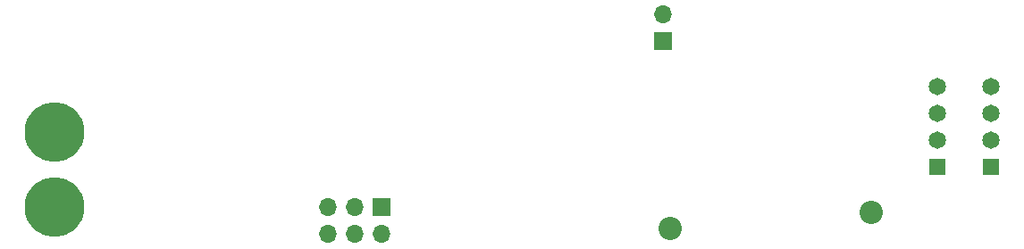
<source format=gbr>
%TF.GenerationSoftware,KiCad,Pcbnew,5.1.8-db9833491~88~ubuntu20.04.1*%
%TF.CreationDate,2020-12-21T09:27:26-06:00*%
%TF.ProjectId,main,6d61696e-2e6b-4696-9361-645f70636258,rev?*%
%TF.SameCoordinates,Original*%
%TF.FileFunction,Soldermask,Bot*%
%TF.FilePolarity,Negative*%
%FSLAX46Y46*%
G04 Gerber Fmt 4.6, Leading zero omitted, Abs format (unit mm)*
G04 Created by KiCad (PCBNEW 5.1.8-db9833491~88~ubuntu20.04.1) date 2020-12-21 09:27:26*
%MOMM*%
%LPD*%
G01*
G04 APERTURE LIST*
%ADD10C,1.650000*%
%ADD11R,1.650000X1.650000*%
%ADD12C,5.664200*%
%ADD13C,2.202180*%
%ADD14O,1.700000X1.700000*%
%ADD15R,1.700000X1.700000*%
G04 APERTURE END LIST*
D10*
%TO.C,J4*%
X111876000Y-23316000D03*
X111876000Y-25856000D03*
X106796000Y-25856000D03*
X106796000Y-28396000D03*
D11*
X106796000Y-30936000D03*
X111876000Y-30936000D03*
D10*
X106796000Y-23316000D03*
X111876000Y-28396000D03*
%TD*%
D12*
%TO.C,J5*%
X23114000Y-27686000D03*
%TD*%
%TO.C,J1*%
X23114000Y-34798000D03*
%TD*%
D13*
%TO.C,S1*%
X100482400Y-35313620D03*
X81440020Y-36830000D03*
%TD*%
D14*
%TO.C,J3*%
X80772000Y-16510000D03*
D15*
X80772000Y-19050000D03*
%TD*%
D14*
%TO.C,J2*%
X49022000Y-37338000D03*
X49022000Y-34798000D03*
X51562000Y-37338000D03*
X51562000Y-34798000D03*
X54102000Y-37338000D03*
D15*
X54102000Y-34798000D03*
%TD*%
M02*

</source>
